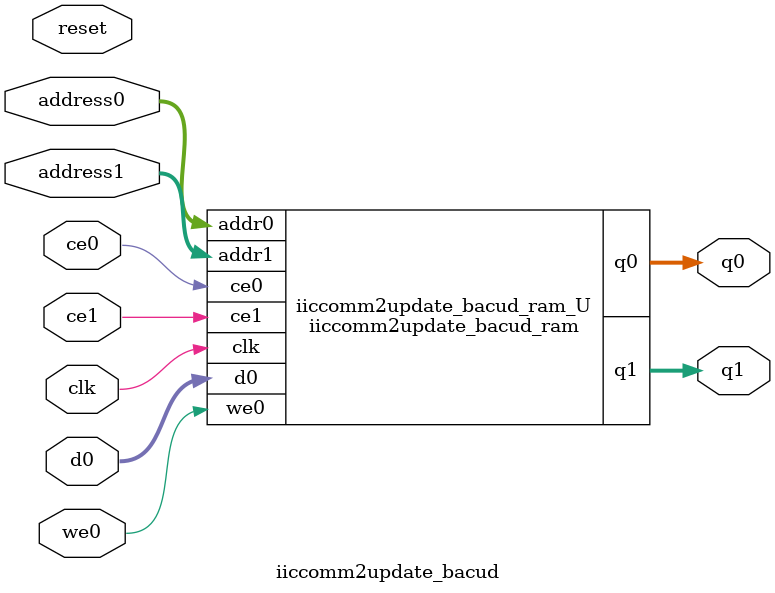
<source format=v>

`timescale 1 ns / 1 ps
module iiccomm2update_bacud_ram (addr0, ce0, d0, we0, q0, addr1, ce1, q1,  clk);

parameter DWIDTH = 32;
parameter AWIDTH = 4;
parameter MEM_SIZE = 10;

input[AWIDTH-1:0] addr0;
input ce0;
input[DWIDTH-1:0] d0;
input we0;
output reg[DWIDTH-1:0] q0;
input[AWIDTH-1:0] addr1;
input ce1;
output reg[DWIDTH-1:0] q1;
input clk;

(* ram_style = "distributed" *)reg [DWIDTH-1:0] ram[0:MEM_SIZE-1];




always @(posedge clk)  
begin 
    if (ce0) 
    begin
        if (we0) 
        begin 
            ram[addr0] <= d0; 
            q0 <= d0;
        end 
        else 
            q0 <= ram[addr0];
    end
end


always @(posedge clk)  
begin 
    if (ce1) 
    begin
            q1 <= ram[addr1];
    end
end


endmodule


`timescale 1 ns / 1 ps
module iiccomm2update_bacud(
    reset,
    clk,
    address0,
    ce0,
    we0,
    d0,
    q0,
    address1,
    ce1,
    q1);

parameter DataWidth = 32'd32;
parameter AddressRange = 32'd10;
parameter AddressWidth = 32'd4;
input reset;
input clk;
input[AddressWidth - 1:0] address0;
input ce0;
input we0;
input[DataWidth - 1:0] d0;
output[DataWidth - 1:0] q0;
input[AddressWidth - 1:0] address1;
input ce1;
output[DataWidth - 1:0] q1;



iiccomm2update_bacud_ram iiccomm2update_bacud_ram_U(
    .clk( clk ),
    .addr0( address0 ),
    .ce0( ce0 ),
    .d0( d0 ),
    .we0( we0 ),
    .q0( q0 ),
    .addr1( address1 ),
    .ce1( ce1 ),
    .q1( q1 ));

endmodule


</source>
